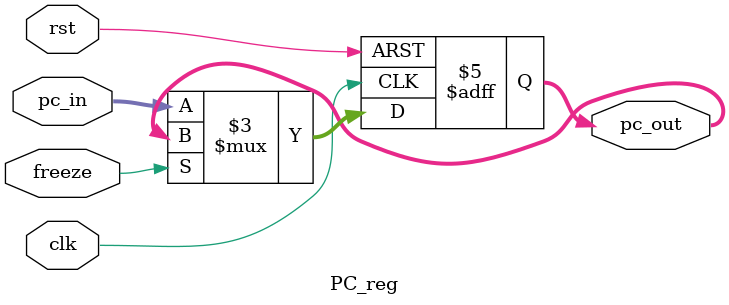
<source format=v>
module PC_reg (clk, rst, pc_in, freeze, pc_out);
  input [31:0] pc_in;
  input rst, clk, freeze;
  output reg[31:0] pc_out;
  
  always @(posedge clk or posedge rst)
  begin
	if (rst)
		pc_out <= 32'd0;
	else if (freeze == 1'b0)
      pc_out <= pc_in;
  end
endmodule
</source>
